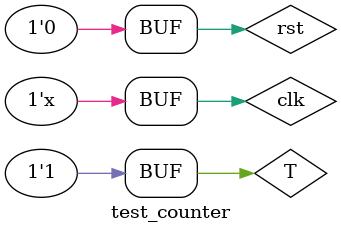
<source format=v>
module test_counter; //we can also add top_level file;
reg clk,rst,T;
wire [3:0]q;

Ripple_counter_4bits rc(q,clk,rst,T);
always
#10 clk=~clk;
initial begin
clk=0; rst=1; T=1;
#15 rst=0;
#90 T=0;          //when T=0 it pause counting.
#50 T=1;          //resume counting.
#40 rst=1;
#20 rst=0;
end
initial
$monitor($time," reset=%b, T=%b, Q=%d",rst,T,q);
endmodule

//when T=0 it pause the counting and don't loss previous counting. i,e if T become 0 at 200 again T=1 then counting will start from 201.
//usually T=1 permenently for counting.
</source>
